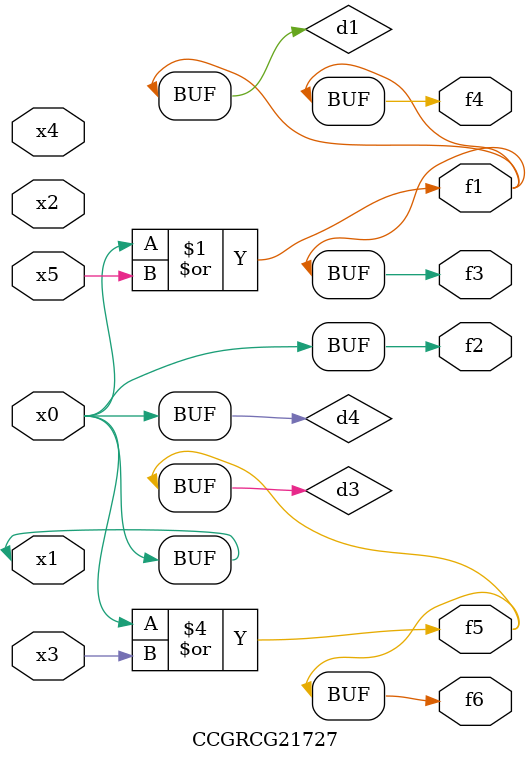
<source format=v>
module CCGRCG21727(
	input x0, x1, x2, x3, x4, x5,
	output f1, f2, f3, f4, f5, f6
);

	wire d1, d2, d3, d4;

	or (d1, x0, x5);
	xnor (d2, x1, x4);
	or (d3, x0, x3);
	buf (d4, x0, x1);
	assign f1 = d1;
	assign f2 = d4;
	assign f3 = d1;
	assign f4 = d1;
	assign f5 = d3;
	assign f6 = d3;
endmodule

</source>
